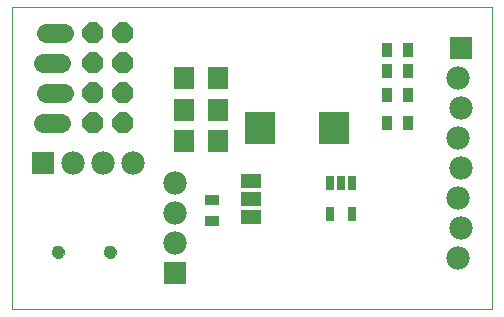
<source format=gbs>
G75*
G70*
%OFA0B0*%
%FSLAX24Y24*%
%IPPOS*%
%LPD*%
%AMOC8*
5,1,8,0,0,1.08239X$1,22.5*
%
%ADD10C,0.0000*%
%ADD11R,0.0355X0.0512*%
%ADD12C,0.0640*%
%ADD13R,0.0780X0.0780*%
%ADD14C,0.0780*%
%ADD15R,0.0257X0.0512*%
%ADD16R,0.0512X0.0355*%
%ADD17R,0.1044X0.1103*%
%ADD18R,0.0670X0.0500*%
%ADD19R,0.0670X0.0749*%
%ADD20OC8,0.0700*%
%ADD21C,0.0434*%
D10*
X000180Y000416D02*
X000180Y010496D01*
X016180Y010496D01*
X016180Y000416D01*
X000180Y000416D01*
X001517Y002330D02*
X001519Y002357D01*
X001525Y002384D01*
X001534Y002410D01*
X001547Y002434D01*
X001563Y002457D01*
X001582Y002476D01*
X001604Y002493D01*
X001628Y002507D01*
X001653Y002517D01*
X001680Y002524D01*
X001707Y002527D01*
X001735Y002526D01*
X001762Y002521D01*
X001788Y002513D01*
X001812Y002501D01*
X001835Y002485D01*
X001856Y002467D01*
X001873Y002446D01*
X001888Y002422D01*
X001899Y002397D01*
X001907Y002371D01*
X001911Y002344D01*
X001911Y002316D01*
X001907Y002289D01*
X001899Y002263D01*
X001888Y002238D01*
X001873Y002214D01*
X001856Y002193D01*
X001835Y002175D01*
X001813Y002159D01*
X001788Y002147D01*
X001762Y002139D01*
X001735Y002134D01*
X001707Y002133D01*
X001680Y002136D01*
X001653Y002143D01*
X001628Y002153D01*
X001604Y002167D01*
X001582Y002184D01*
X001563Y002203D01*
X001547Y002226D01*
X001534Y002250D01*
X001525Y002276D01*
X001519Y002303D01*
X001517Y002330D01*
X003249Y002330D02*
X003251Y002357D01*
X003257Y002384D01*
X003266Y002410D01*
X003279Y002434D01*
X003295Y002457D01*
X003314Y002476D01*
X003336Y002493D01*
X003360Y002507D01*
X003385Y002517D01*
X003412Y002524D01*
X003439Y002527D01*
X003467Y002526D01*
X003494Y002521D01*
X003520Y002513D01*
X003544Y002501D01*
X003567Y002485D01*
X003588Y002467D01*
X003605Y002446D01*
X003620Y002422D01*
X003631Y002397D01*
X003639Y002371D01*
X003643Y002344D01*
X003643Y002316D01*
X003639Y002289D01*
X003631Y002263D01*
X003620Y002238D01*
X003605Y002214D01*
X003588Y002193D01*
X003567Y002175D01*
X003545Y002159D01*
X003520Y002147D01*
X003494Y002139D01*
X003467Y002134D01*
X003439Y002133D01*
X003412Y002136D01*
X003385Y002143D01*
X003360Y002153D01*
X003336Y002167D01*
X003314Y002184D01*
X003295Y002203D01*
X003279Y002226D01*
X003266Y002250D01*
X003257Y002276D01*
X003251Y002303D01*
X003249Y002330D01*
D11*
X012686Y006626D03*
X013394Y006626D03*
X013394Y007576D03*
X012686Y007576D03*
X012686Y008356D03*
X013394Y008356D03*
X013394Y009066D03*
X012686Y009066D03*
D12*
X001900Y009636D02*
X001300Y009636D01*
X001200Y008636D02*
X001800Y008636D01*
X001900Y007636D02*
X001300Y007636D01*
X001200Y006636D02*
X001800Y006636D01*
D13*
X001220Y005296D03*
X005600Y001616D03*
X015150Y009116D03*
D14*
X015050Y008116D03*
X015150Y007116D03*
X015050Y006116D03*
X015150Y005116D03*
X015050Y004116D03*
X015150Y003116D03*
X015050Y002116D03*
X005600Y002616D03*
X005600Y003616D03*
X005600Y004616D03*
X004220Y005296D03*
X003220Y005296D03*
X002220Y005296D03*
D15*
X010766Y004628D03*
X011140Y004628D03*
X011514Y004628D03*
X011514Y003604D03*
X010766Y003604D03*
D16*
X006860Y003362D03*
X006860Y004070D03*
D17*
X008432Y006456D03*
X010928Y006456D03*
D18*
X008140Y004696D03*
X008140Y004096D03*
X008140Y003496D03*
D19*
X007031Y006036D03*
X005929Y006036D03*
X005929Y007076D03*
X007031Y007076D03*
X007031Y008116D03*
X005929Y008116D03*
D20*
X003885Y007631D03*
X002885Y007631D03*
X002885Y008631D03*
X003885Y008631D03*
X003885Y009631D03*
X002885Y009631D03*
X002885Y006631D03*
X003885Y006631D03*
D21*
X003446Y002330D03*
X001714Y002330D03*
M02*

</source>
